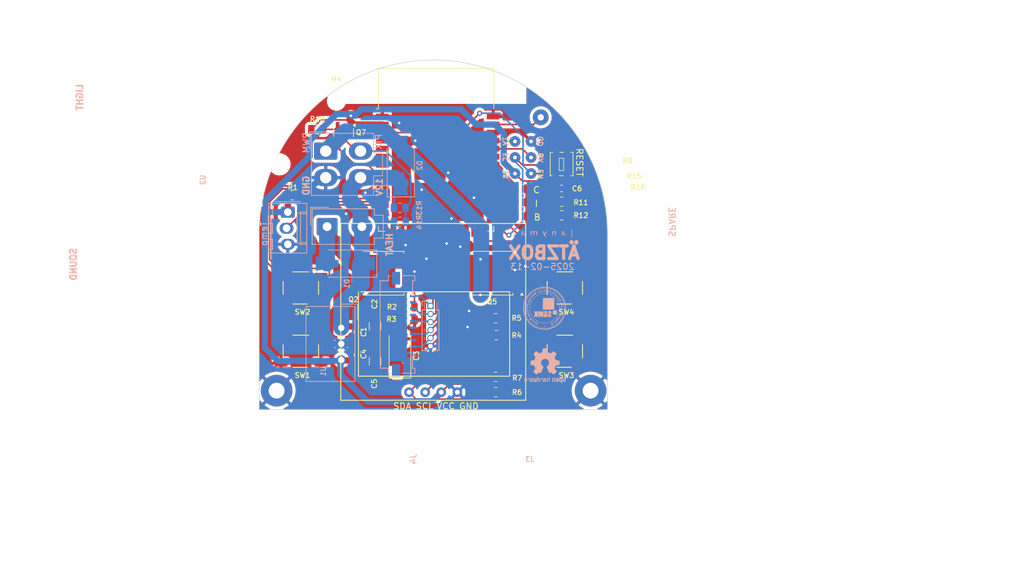
<source format=kicad_pcb>
(kicad_pcb (version 20240108) (generator "pcbnew") (generator_version "8.0")
  (layers (0 "F.Cu" signal) (31 "B.Cu" signal) (34 "B.Paste" user) (35 "F.Paste" user) (36 "B.SilkS" user "B.Silkscreen") (37 "F.SilkS" user "F.Silkscreen") (38 "B.Mask" user) (39 "F.Mask" user) (44 "Edge.Cuts" user))
  (net 0 "")
  (net 1 "/en")
  (net 2 "+3V3")
  (net 3 "/pix")
  (net 4 "GND")
  (net 5 "+12V")
  (net 6 "Net-(D1-A)")
  (net 7 "/flash")
  (net 8 "/rx")
  (net 9 "/tx")
  (net 10 "/capsens_5")
  (net 11 "/capsens_2")
  (net 12 "/capsens_4")
  (net 13 "/capsens_3")
  (net 14 "/capsens_1")
  (net 15 "/pwm1")
  (net 16 "/pwm2")
  (net 17 "/bubbles")
  (net 18 "/onewire")
  (net 19 "/btn1")
  (net 20 "/btn2")
  (net 21 "/btn3")
  (net 22 "/btn4")
  (net 23 "/sda")
  (net 24 "/scl")
  (net 25 "/temp_ad")
  (net 26 "Net-(J2-Pin_1)")
  (net 37 "/pix_5v")
  (net 38 "Net-(U2-41|MTDI)")
  (net 39 "Net-(U2-40|MTDO)")
  (net 40 "Net-(U2-39|MTCK)")
  (net 41 "Net-(Q2-G)")
  (net 42 "Net-(Q5-G)")
  (footprint "synkie_footprints:Alps_Tactile_Switch" (layer "F.Cu") (at 38.315 72)
    (property "Reference" "SW1")
    (property "Value" "SW_Push")
  )
  (footprint "Resistor_SMD:R_0805_2012Metric" (layer "F.Cu") (at 55.3485 65.024 180)
    (property "Reference" "R2")
    (property "Value" "100")
  )
  (footprint "Resistor_SMD:R_0805_2012Metric" (layer "F.Cu") (at 69.1915 69.469 180)
    (property "Reference" "R4")
    (property "Value" "100")
  )
  (footprint "synkie_footprints:Alps_Tactile_Switch" (layer "F.Cu") (at 80 62)
    (property "Reference" "SW4")
    (property "Value" "SW_Push")
  )
  (footprint "Resistor_SMD:R_0805_2012Metric" (layer "F.Cu") (at 73.1285 50.673)
    (property "Reference" "R16")
    (property "Value" "Bain Marie  (100)")
  )
  (footprint "Resistor_SMD:R_0805_2012Metric" (layer "F.Cu") (at 40.894 36.957 180)
    (property "Reference" "R10")
    (property "Value" "2k")
  )
  (footprint "synkie_footprints:C_0603_1608Metric_Pad1.05x0.95mm_HandSolder" (layer "F.Cu") (at 47.244 72.6 90)
    (property "Reference" "C4")
    (property "Value" "100n")
  )
  (footprint "Resistor_SMD:R_0805_2012Metric" (layer "F.Cu") (at 55.372 67.056)
    (property "Reference" "R3")
    (property "Value" "5k1")
  )
  (footprint "Resistor_SMD:R_0805_2012Metric" (layer "F.Cu") (at 73.1285 48.485)
    (property "Reference" "R15")
    (property "Value" "Insoleuse  (100)")
  )
  (footprint "Resistor_SMD:R_0805_2012Metric" (layer "F.Cu") (at 79.501 48.387 180)
    (property "Reference" "R11")
    (property "Value" "5k1")
  )
  (footprint "Package_TO_SOT_SMD:TO-252-2" (layer "F.Cu") (at 68.502 59.6875 180)
    (property "Reference" "Q5")
    (property "Value" "MCU75N06YHE3")
  )
  (footprint "Anyma06:MiniButtonPLCC4" (layer "F.Cu") (at 79.501 42.483 90)
    (property "Reference" "SW5" (hide yes))
    (property "Value" "SW_Push")
  )
  (footprint "synkie_footprints:Alps_Tactile_Switch" (layer "F.Cu") (at 38.315 62)
    (property "Reference" "SW2")
    (property "Value" "SW_Push")
  )
  (footprint "Resistor_SMD:R_0805_2012Metric" (layer "F.Cu") (at 69.088 76.073 180)
    (property "Reference" "R7")
    (property "Value" "5k1")
  )
  (footprint "Capacitor_Tantalum_SMD:CP_EIA-6032-20_AVX-F" (layer "F.Cu") (at 53.975 72.517 90)
    (property "Reference" "C3")
    (property "Value" "100u")
  )
  (footprint "Resistor_SMD:R_0805_2012Metric" (layer "F.Cu") (at 69.088 78.486 180)
    (property "Reference" "R6")
    (property "Value" "5k1")
  )
  (footprint "synkie_footprints:Solderpad_1mm" (layer "F.Cu") (at 76.708 35.306)
    (property "Reference" "J2" (hide yes))
    (property "Value" "ad2")
  )
  (footprint "2022_midi_controller:ESP32-S3-WROOM" (layer "F.Cu") (at 59.69 43.18)
    (property "Reference" "U2")
    (property "Value" "ESP32-S3-WROOM")
  )
  (footprint "MountingHole:MountingHole_2.5mm_Pad" (layer "F.Cu") (at 34.5 78.25)
    (property "Reference" "H2" (hide yes))
    (property "Value" "MountingHole_Pad")
  )
  (footprint "synkie_footprints:C_0603_1608Metric_Pad1.05x0.95mm_HandSolder" (layer "F.Cu") (at 79.501 46.293)
    (property "Reference" "C6")
    (property "Value" "1u")
  )
  (footprint "synkie_footprints:Alps_Tactile_Switch" (layer "F.Cu") (at 80 72)
    (property "Reference" "SW3")
    (property "Value" "SW_Push")
  )
  (footprint "Resistor_SMD:R_0805_2012Metric" (layer "F.Cu") (at 69.088 66.802)
    (property "Reference" "R5")
    (property "Value" "5k1")
  )
  (footprint "MountingHole:MountingHole_2.5mm_Pad" (layer "F.Cu") (at 84.08 78.25)
    (property "Reference" "H1" (hide yes))
    (property "Value" "MountingHole_Pad")
  )
  (footprint "Resistor_SMD:R_0805_2012Metric" (layer "F.Cu") (at 73.1285 46.355)
    (property "Reference" "R8")
    (property "Value" "Cuvette (100)")
  )
  (footprint "Package_TO_SOT_SMD:SOT-23" (layer "F.Cu") (at 45.085 37.465 -90)
    (property "Reference" "Q7")
    (property "Value" "IRLML0030TRPBF")
  )
  (footprint "synkie_footprints:C_1206_3216Metric_Pad1.42x1.75mm_HandSolder" (layer "F.Cu") (at 50.038 68.072 -90)
    (property "Reference" "C2")
    (property "Value" "10u")
  )
  (footprint "synkie_footprints:C_1206_3216Metric_Pad1.42x1.75mm_HandSolder" (layer "F.Cu") (at 50.038 73.6235 90)
    (property "Reference" "C5")
    (property "Value" "10u")
  )
  (footprint "MountingHole:MountingHole_2.5mm" (layer "F.Cu") (at 43.942 32.512)
    (property "Reference" "H4")
    (property "Value" "MountingHole")
  )
  (footprint "synkie_footprints:C_0603_1608Metric_Pad1.05x0.95mm_HandSolder" (layer "F.Cu") (at 47.244 68.975 -90)
    (property "Reference" "C1")
    (property "Value" "100n")
  )
  (footprint "synkie_footprints:Bangood_I2C_Display" (layer "F.Cu") (at 58.595 68.34 180)
    (property "Reference" "U3" (hide yes))
    (property "Value" "i2c-display128x32")
  )
  (footprint "Package_TO_SOT_SMD:TO-252-2" (layer "F.Cu") (at 51.298 59.696 180)
    (property "Reference" "Q2")
    (property "Value" "MCU75N06YHE3")
  )
  (footprint "Resistor_SMD:R_0805_2012Metric" (layer "F.Cu") (at 36.957 47.371 180)
    (property "Reference" "R1")
    (property "Value" "5k1")
  )
  (footprint "Resistor_SMD:R_0805_2012Metric" (layer "F.Cu") (at 79.5255 50.546)
    (property "Reference" "R12")
    (property "Value" "5k1")
  )
  (footprint "Diode_SMD:D_SMA-SMB_Universal_Handsoldering" (layer "B.Cu") (at 45.36 58.166 180)
    (property "Reference" "D1")
    (property "Value" "B160-13-F")
  )
  (footprint "Resistor_SMD:R_0805_2012Metric" (layer "B.Cu") (at 53.975 51.562 180)
    (property "Reference" "R14")
    (property "Value" "5k1")
  )
  (footprint "synkie_footprints:Molex_KK-254_AE-6410-03A_1x03_P2.54mm_Vertical" (layer "B.Cu") (at 36.268 50.038 -90)
    (property "Reference" "Temperature1" (hide yes))
    (property "Value" "Conn_01x03_Male")
  )
  (footprint "anyma_footprints:logo_anyma_tiny" (layer "B.Cu") (at 76.4286 53.4416 180)
    (property "Reference" "U5" (hide yes))
    (property "Value" "LOGO" (hide yes))
  )
  (footprint "Resistor_SMD:R_0805_2012Metric" (layer "B.Cu") (at 53.9477 49.3522)
    (property "Reference" "R13")
    (property "Value" "6k8")
  )
  (footprint "Symbol:OSHW-Logo2_7.3x6mm_SilkScreen" (layer "B.Cu") (at 76.8858 74.3204 180)
    (property "Reference" "U7" (hide yes))
    (property "Value" "LOGO" (hide yes))
  )
  (footprint "Anyma06:ESP-POGO-PROG-THT" (layer "B.Cu") (at 73.336 41.442)
    (property "Reference" "J5" (hide yes))
    (property "Value" "prog")
  )
  (footprint "anyma_footprints:logo_sgmk" (layer "B.Cu") (at 76.8096 65.2272 180)
    (property "Reference" "U6" (hide yes))
    (property "Value" "LOGO" (hide yes))
  )
  (footprint "Diode_SMD:D_SMA-SMB_Universal_Handsoldering" (layer "B.Cu") (at 54.102 42.672 90)
    (property "Reference" "D2")
    (property "Value" "B160-13-F")
  )
  (footprint "Connector_Molex:Molex_Mini-Fit_Jr_5566-02A_2x01_P4.20mm_Vertical" (layer "B.Cu") (at 42.47 52.324 -90)
    (property "Reference" "Heat1" (hide yes))
    (property "Value" "heat")
  )
  (footprint "Anyma06:Molex_Mini-Fit_Jr_5569-04A2_2x02_P4.20mm_H+V" (layer "B.Cu") (at 42.252 40.386 -90)
    (property "Reference" "J1" (hide yes))
    (property "Value" "CONN")
  )
  (footprint "Connector_PinSocket_1.27mm:PinSocket_1x06_P1.27mm_Vertical" (layer "B.Cu") (at 58.8 64.86 180)
    (property "Reference" "J3")
    (property "Value" "levelsensor")
  )
  (footprint "Connector_FFC-FPC:Molex_200528-0100_1x10-1MP_P1.00mm_Horizontal" (layer "B.Cu") (at 55.1478 67.7884 90)
    (property "Reference" "J4")
    (property "Value" "Conn_01x11")
  )
  (footprint "Converter_DCDC:Converter_DCDC_TRACO_TSR1-xxxxE_THT" (layer "B.Cu") (at 44.704 68.326 180)
    (property "Reference" "U1")
    (property "Value" "TSR1-2433E")
  )
  (gr_line (start 86.75 81.25) (end 86.75 53.75) (stroke (width 0.1)) (layer "Edge.Cuts"))
  (gr_line (start 86.75 81.25) (end 31.75 81.25) (stroke (width 0.1)) (layer "Edge.Cuts"))
  (gr_arc (start 31.750088 53.759433) (mid 59.245283 25.998865) (end 86.75 53.75) (stroke (width 0.1)) (layer "Edge.Cuts"))
  (gr_line (start 31.75 81.25) (end 31.75 53.75) (stroke (width 0.1)) (layer "Edge.Cuts"))
  (gr_text "LIGHT" (at 3.986 34.088 90) (layer "B.SilkS") (effects (font (size 1 1) (thickness 0.25) (bold yes)) (justify right bottom mirror)))
  (gr_text "ÄTZBOX" (at 82.6286 57.6416 -0) (layer "B.SilkS") (effects (font (size 2 2) (thickness 0.5) (bold yes)) (justify left bottom mirror)))
  (gr_text "PWM" (at 39.752 37.336 90) (layer "B.SilkS") (effects (font (size 1 1)) (justify left bottom mirror)))
  (gr_text "Temp" (at 33.0962 51.4096 90) (layer "B.SilkS") (effects (font (size 1 1)) (justify left bottom mirror)))
  (gr_text "HEAT" (at 52.9082 57.1246 90) (layer "B.SilkS") (effects (font (size 1 1) (thickness 0.25) (bold yes)) (justify right bottom mirror)))
  (gr_text "SPARE" (at 96.3168 54.0258 -90) (layer "B.SilkS") (effects (font (size 1 1)) (justify left bottom mirror)))
  (gr_text "2025-02-13" (at 81.6286 59.2416 0) (layer "B.SilkS") (effects (font (size 1 1)) (justify left bottom mirror)))
  (gr_text "SOUND" (at 3 61 90) (layer "B.SilkS") (effects (font (size 1 1) (thickness 0.25) (bold yes)) (justify right bottom mirror)))
  (gr_text "PIX" (at 51.2064 37.592 90) (layer "B.SilkS") (effects (font (size 1 1)) (justify left bottom mirror)))
  (gr_text "GND" (at 39.751 45.847 90) (layer "B.SilkS") (effects (font (size 1 1) (thickness 0.25) (bold yes)) (justify bottom mirror)))
  (gr_text "12V" (at 51.308 46.101 90) (layer "B.SilkS") (effects (font (size 1 1) (thickness 0.25) (bold yes)) (justify bottom mirror)))
  (gr_text "SDA" (at 52.832 81.28 0) (layer "F.SilkS") (effects (font (size 1 1)) (justify left bottom)))
  (gr_text "I" (at 75.184 49.276 0) (layer "F.SilkS") (effects (font (size 1 1)) (justify left bottom)))
  (gr_text "GND\n" (at 63.246 81.28 0) (layer "F.SilkS") (effects (font (size 1 1)) (justify left bottom)))
  (gr_text "B" (at 75.057 51.435 0) (layer "F.SilkS") (effects (font (size 1 1)) (justify left bottom)))
  (gr_text "SCL" (at 56.388 81.28 0) (layer "F.SilkS") (effects (font (size 1 1)) (justify left bottom)))
  (gr_text "VCC" (at 59.69 81.28 0) (layer "F.SilkS") (effects (font (size 1 1)) (justify left bottom)))
  (gr_text "RESET" (at 81.7372 39.8272 -90) (layer "F.SilkS") (effects (font (size 1 1)) (justify left bottom)))
  (gr_text "C" (at 74.93 47.117 0) (layer "F.SilkS") (effects (font (size 1 1)) (justify left bottom)))
  (segment (start 78.611 48.3645) (end 78.5885 48.387) (width 0.25) (layer "F.Cu") (net 1))
  (segment (start 78.611 44.323) (end 78.611 48.3645) (width 0.25) (layer "F.Cu") (net 1))
  (segment (start 63.486 37.465) (end 66.548 34.403) (width 0.25) (layer "F.Cu") (net 1))
  (segment (start 51.19 37.465) (end 63.486 37.465) (width 0.25) (layer "F.Cu") (net 1))
  (segment (start 78.23 43.942) (end 78.611 44.323) (width 0.25) (layer "F.Cu") (net 1))
  (segment (start 74.676 43.942) (end 78.23 43.942) (width 0.25) (layer "F.Cu") (net 1))
  (via (at 66.548 34.403) (size 0.8) (drill 0.4) (layers "F.Cu" "B.Cu") (net 1))
  (segment (start 69.732726 34.403) (end 66.548 34.403) (width 0.25) (layer "B.Cu") (net 1))
  (segment (start 73.411 38.081274) (end 69.732726 34.403) (width 0.25) (layer "B.Cu") (net 1))
  (segment (start 74.676 43.942) (end 73.411 42.677) (width 0.25) (layer "B.Cu") (net 1))
  (segment (start 73.411 42.677) (end 73.411 38.081274) (width 0.25) (layer "B.Cu") (net 1))
  (segment (start 61.784 77.216) (end 60.5 78.5) (width 0.25) (layer "F.Cu") (net 2))
  (segment (start 41.4735 35.465) (end 46.035 35.465) (width 0.25) (layer "F.Cu") (net 2))
  (segment (start 80.4135 48.7455) (end 80.4135 48.387) (width 0.25) (layer "F.Cu") (net 2))
  (segment (start 44.773 73.475) (end 44.704 73.406) (width 1) (layer "F.Cu") (net 2))
  (segment (start 47.244 73.475) (end 44.773 73.475) (width 1) (layer "F.Cu") (net 2))
  (segment (start 70.0005 77.216) (end 61.784 77.216) (width 0.25) (layer "F.Cu") (net 2))
  (segment (start 77.47 45.593) (end 76.994 45.117) (width 0.25) (layer "F.Cu") (net 2))
  (segment (start 76.994 45.117) (end 73.311 45.117) (width 0.25) (layer "F.Cu") (net 2))
  (segment (start 46.035 35.465) (end 46.035 34.990994) (width 1) (layer "F.Cu") (net 2))
  (segment (start 70.0005 76.073) (end 70.0005 77.216) (width 0.25) (layer "F.Cu") (net 2))
  (segment (start 46.035 34.990994) (end 46.228 34.797994) (width 0.25) (layer "F.Cu") (net 2))
  (segment (start 48.88 75.111) (end 47.244 73.475) (width 1) (layer "F.Cu") (net 2))
  (segment (start 73.311 45.117) (end 72.136 43.942) (width 0.25) (layer "F.Cu") (net 2))
  (segment (start 78.613 50.546) (end 77.47 49.403) (width 0.25) (layer "F.Cu") (net 2))
  (segment (start 46.035 35.465) (end 46.035 36.5275) (width 0.25) (layer "F.Cu") (net 2))
  (segment (start 51.19 36.195) (end 46.765 36.195) (width 1) (layer "F.Cu") (net 2))
  (segment (start 46.765 36.195) (end 46.035 35.465) (width 1) (layer "F.Cu") (net 2))
  (segment (start 51.3125 73.8365) (end 50.038 75.111) (width 1) (layer "F.Cu") (net 2))
  (segment (start 53.848 73.8365) (end 51.3125 73.8365) (width 1) (layer "F.Cu") (net 2))
  (segment (start 39.9815 36.957) (end 41.4735 35.465) (width 0.25) (layer "F.Cu") (net 2))
  (segment (start 78.613 50.546) (end 80.4135 48.7455) (width 0.25) (layer "F.Cu") (net 2))
  (segment (start 36.268 47.5945) (end 36.0445 47.371) (width 1) (layer "F.Cu") (net 2))
  (segment (start 77.47 49.403) (end 77.47 45.593) (width 0.25) (layer "F.Cu") (net 2))
  (segment (start 70.0005 77.216) (end 70.0005 78.486) (width 0.25) (layer "F.Cu") (net 2))
  (segment (start 36.268 50.038) (end 36.268 47.5945) (width 1) (layer "F.Cu") (net 2))
  (segment (start 46.035 36.5275) (end 46.035 34.990994) (width 0.25) (layer "F.Cu") (net 2))
  (segment (start 50.038 75.111) (end 48.88 75.111) (width 1) (layer "F.Cu") (net 2))
  (via (at 46.228 34.797994) (size 0.8) (drill 0.4) (layers "F.Cu" "B.Cu") (net 2))
  (segment (start 32.789483 48.13697) (end 39.702 41.224453) (width 1) (layer "B.Cu") (net 2))
  (segment (start 47.117 34.544) (end 47.879 33.782) (width 1) (layer "B.Cu") (net 2))
  (segment (start 47.117 34.544) (end 46.863006 34.797994) (width 1) (layer "B.Cu") (net 2))
  (segment (start 32.639 49.576966) (end 32.789483 49.426483) (width 1) (layer "B.Cu") (net 2))
  (segment (start 32.639 71.501) (end 32.639 49.576966) (width 1) (layer "B.Cu") (net 2))
  (segment (start 39.702 38.784) (end 43.942 34.544) (width 1) (layer "B.Cu") (net 2))
  (segment (start 44.577 75.692) (end 48.847 79.962) (width 1) (layer "B.Cu") (net 2))
  (segment (start 46.863006 34.797994) (end 46.228 34.797994) (width 1) (layer "B.Cu") (net 2))
  (segment (start 48.847 79.962) (end 59.038 79.962) (width 1) (layer "B.Cu") (net 2))
  (segment (start 68.961 36.195) (end 70.358 37.592) (width 1) (layer "B.Cu") (net 2))
  (segment (start 44.704 73.406) (end 44.577 73.533) (width 1) (layer "B.Cu") (net 2))
  (segment (start 70.358 37.592) (end 70.358 42.164) (width 1) (layer "B.Cu") (net 2))
  (segment (start 44.577 73.533) (end 34.671 73.533) (width 1) (layer "B.Cu") (net 2))
  (segment (start 66.04 36.195) (end 68.961 36.195) (width 1) (layer "B.Cu") (net 2))
  (segment (start 63.627 33.782) (end 66.04 36.195) (width 1) (layer "B.Cu") (net 2))
  (segment (start 39.702 41.224453) (end 39.702 38.784) (width 1) (layer "B.Cu") (net 2))
  (segment (start 70.358 42.164) (end 72.136 43.942) (width 1) (layer "B.Cu") (net 2))
  (segment (start 44.577 73.533) (end 44.577 75.692) (width 1) (layer "B.Cu") (net 2))
  (segment (start 32.639 49.576966) (end 32.639 50.419) (width 1) (layer "B.Cu") (net 2))
  (segment (start 32.639 50.419) (end 33.02 50.038) (width 1) (layer "B.Cu") (net 2))
  (segment (start 33.02 50.038) (end 36.268 50.038) (width 1) (layer "B.Cu") (net 2))
  (segment (start 59.038 79.962) (end 60.5 78.5) (width 1) (layer "B.Cu") (net 2))
  (segment (start 34.671 73.533) (end 32.639 71.501) (width 1) (layer "B.Cu") (net 2))
  (segment (start 47.879 33.782) (end 63.627 33.782) (width 1) (layer "B.Cu") (net 2))
  (segment (start 32.789483 49.426483) (end 32.789483 48.13697) (width 1) (layer "B.Cu") (net 2))
  (segment (start 43.942 34.544) (end 47.117 34.544) (width 1) (layer "B.Cu") (net 2))
  (segment (start 43.7055 36.957) (end 44.135 36.5275) (width 0.25) (layer "F.Cu") (net 3))
  (segment (start 41.8065 36.957) (end 43.7055 36.957) (width 0.25) (layer "F.Cu") (net 3))
  (segment (start 48.768 42.418) (end 50.165 43.815) (width 0.25) (layer "F.Cu") (net 3))
  (segment (start 44.435 40.117) (end 46.736 42.418) (width 0.25) (layer "F.Cu") (net 3))
  (segment (start 50.165 43.815) (end 51.19 43.815) (width 0.25) (layer "F.Cu") (net 3))
  (segment (start 46.736 42.418) (end 48.768 42.418) (width 0.25) (layer "F.Cu") (net 3))
  (segment (start 44.135 36.5275) (end 44.435 36.8275) (width 0.25) (layer "F.Cu") (net 3))
  (segment (start 44.435 36.8275) (end 44.435 40.117) (width 0.25) (layer "F.Cu") (net 3))
  (segment (start 64.643 68.199) (end 63.373 66.929) (width 0.25) (layer "F.Cu") (net 4))
  (segment (start 47.244 69.85) (end 49.7475 69.85) (width 1) (layer "F.Cu") (net 4))
  (segment (start 62.865 56.134) (end 63.5 55.499) (width 0.25) (layer "F.Cu") (net 4))
  (segment (start 73.1555 57.4075) (end 72.136 56.388) (width 1) (layer "F.Cu") (net 4))
  (segment (start 57.977 59.055) (end 57.975 59.057) (width 0.25) (layer "F.Cu") (net 4))
  (segment (start 47.244 71.725) (end 49.627 71.725) (width 1) (layer "F.Cu") (net 4))
  (segment (start 57.975 70.929) (end 58.519 70.929) (width 0.25) (layer "F.Cu") (net 4))
  (segment (start 56.2845 67.056) (end 53.975 69.3655) (width 0.25) (layer "F.Cu") (net 4))
  (segment (start 62.865 66.421) (end 62.865 56.134) (width 0.25) (layer "F.Cu") (net 4))
  (segment (start 49.627 71.725) (end 50.038 72.136) (width 1) (layer "F.Cu") (net 4))
  (segment (start 74.041 46.355) (end 74.041 50.673) (width 0.25) (layer "F.Cu") (net 4))
  (segment (start 56.338 57.416) (end 56.338 57.352604) (width 0.25) (layer "F.Cu") (net 4))
  (segment (start 61.515 68.495) (end 61.515 55.165) (width 0.25) (layer "F.Cu") (net 4))
  (segment (start 46.228 70.866) (end 47.244 69.85) (width 1) (layer "F.Cu") (net 4))
  (segment (start 56.338 57.352604) (end 52.955 53.969604) (width 0.25) (layer "F.Cu") (net 4))
  (segment (start 49.7475 69.85) (end 50.038 69.5595) (width 1) (layer "F.Cu") (net 4))
  (segment (start 46.385 70.866) (end 47.244 71.725) (width 1) (layer "F.Cu") (net 4))
  (segment (start 44.704 70.866) (end 46.385 70.866) (width 1) (layer "F.Cu") (net 4))
  (segment (start 54.864 55.245) (end 56.261 56.642) (width 1) (layer "F.Cu") (net 4))
  (segment (start 57.975 67.056) (end 57.975 70.929) (width 0.25) (layer "F.Cu") (net 4))
  (segment (start 53.48 69.5595) (end 53.975 70.0545) (width 1) (layer "F.Cu") (net 4))
  (segment (start 58.519 70.929) (end 58.8 71.21) (width 0.25) (layer "F.Cu") (net 4))
  (segment (start 58.8 71.21) (end 61.515 68.495) (width 0.25) (layer "F.Cu") (net 4))
  (segment (start 56.2845 67.056) (end 57.975 67.056) (width 0.25) (layer "F.Cu") (net 4))
  (segment (start 73.542 57.4075) (end 73.542 58.302) (width 1) (layer "F.Cu") (net 4))
  (segment (start 72.136 56.388) (end 72.136 59.182) (width 1) (layer "F.Cu") (net 4))
  (segment (start 44.704 70.866) (end 46.228 70.866) (width 1) (layer "F.Cu") (net 4))
  (segment (start 73.542 58.302) (end 73.787 58.547) (width 1) (layer "F.Cu") (net 4))
  (segment (start 63.373 66.929) (end 62.865 66.421) (width 0.25) (layer "F.Cu") (net 4))
  (segment (start 53.975 69.3655) (end 53.975 70.0545) (width 0.25) (layer "F.Cu") (net 4))
  (segment (start 50.038 69.5595) (end 53.48 69.5595) (width 1) (layer "F.Cu") (net 4))
  (segment (start 56.261 56.642) (end 56.261 59.436) (width 1) (layer "F.Cu") (net 4))
  (segment (start 73.542 57.4075) (end 73.1555 57.4075) (width 1) (layer "F.Cu") (net 4))
  (segment (start 57.975 59.057) (end 57.975 67.056) (width 0.25) (layer "F.Cu") (net 4))
  (segment (start 56.338 57.416) (end 57.977 59.055) (width 0.25) (layer "F.Cu") (net 4))
  (segment (start 61.515 55.165) (end 61.341 54.991) (width 0.25) (layer "F.Cu") (net 4))
  (segment (start 52.955 53.969604) (end 52.955 52.935) (width 0.25) (layer "F.Cu") (net 4))
  (via (at 64.897 65.659) (size 0.8) (drill 0.4) (layers "F.Cu" "B.Cu") (net 4))
  (via (at 58.166 57.404) (size 0.8) (drill 0.4) (layers "F.Cu" "B.Cu") (net 4))
  (via (at 62.103 51.054) (size 0.8) (drill 0.4) (layers "F.Cu" "B.Cu") (net 4))
  (via (at 57.404 46.482) (size 0.8) (drill 0.4) (layers "F.Cu" "B.Cu") (net 4))
  (via (at 45.466 50.292) (size 0.8) (drill 0.4) (layers "F.Cu" "B.Cu") (net 4))
  (via (at 61.595 43.815) (size 0.8) (drill 0.4) (layers "F.Cu" "B.Cu") (net 4))
  (via (at 73.787 58.547) (size 0.8) (drill 0.4) (layers "F.Cu" "B.Cu") (net 4))
  (via (at 63.5 55.499) (size 0.8) (drill 0.4) (layers "F.Cu" "B.Cu") (net 4))
  (via (at 56.261 59.436) (size 0.8) (drill 0.4) (layers "F.Cu" "B.Cu") (net 4))
  (via (at 56.388 38.735) (size 0.8) (drill 0.4) (layers "F.Cu" "B.Cu") (net 4))
  (via (at 54.864 55.245) (size 0.8) (drill 0.4) (layers "F.Cu" "B.Cu") (net 4))
  (via (at 65.659 47.752) (size 0.8) (drill 0.4) (layers "F.Cu" "B.Cu") (net 4))
  (via (at 61.341 54.991) (size 0.8) (drill 0.4) (layers "F.Cu" "B.Cu") (net 4))
  (via (at 72.136 56.388) (size 0.8) (drill 0.4) (layers "F.Cu" "B.Cu") (net 4))
  (via (at 64.643 68.199) (size 0.8) (drill 0.4) (layers "F.Cu" "B.Cu") (net 4))
  (via (at 53.848 35.941) (size 0.8) (drill 0.4) (layers "F.Cu" "B.Cu") (net 4))
  (via (at 72.136 59.182) (size 0.8) (drill 0.4) (layers "F.Cu" "B.Cu") (net 4))
  (via (at 48.514 46.99) (size 0.8) (drill 0.4) (layers "F.Cu" "B.Cu") (net 4))
  (segment (start 54.864 61.8236) (end 54.864 59.436) (width 1) (layer "B.Cu") (net 4))
  (segment (start 61.341 54.991) (end 56.4915 54.991) (width 0.25) (layer "B.Cu") (net 4))
  (segment (start 39.624 69.977) (end 40.513 70.866) (width 1) (layer "B.Cu") (net 4))
  (segment (start 61.849 55.499) (end 61.341 54.991) (width 0.25) (layer "B.Cu") (net 4))
  (segment (start 62.484 65.659) (end 56.261 59.436) (width 1) (layer "B.Cu") (net 4))
  (segment (start 56.0578 72.2884) (end 57.7216 72.2884) (width 0.25) (layer "B.Cu") (net 4))
  (segment (start 45.8216 70.866) (end 54.864 61.8236) (width 1) (layer "B.Cu") (net 4))
  (segment (start 72.39 58.547) (end 72.136 58.801) (width 1) (layer "B.Cu") (net 4))
  (segment (start 64.897 65.659) (end 62.484 65.659) (width 1) (layer "B.Cu") (net 4))
  (segment (start 57.7216 72.2884) (end 58.8 71.21) (width 0.25) (layer "B.Cu") (net 4))
  (segment (start 73.787 58.547) (end 72.39 58.547) (width 1) (layer "B.Cu") (net 4))
  (segment (start 56.4915 54.991) (end 53.0625 51.562) (width 0.25) (layer "B.Cu") (net 4))
  (segment (start 63.5 55.499) (end 61.849 55.499) (width 0.25) (layer "B.Cu") (net 4))
  (segment (start 72.136 58.801) (end 72.136 64.008) (width 1) (layer "B.Cu") (net 4))
  (segment (start 72.136 56.388) (end 72.136 58.801) (width 1) (layer "B.Cu") (net 4))
  (segment (start 70.485 65.659) (end 64.897 65.659) (width 1) (layer "B.Cu") (net 4))
  (segment (start 72.136 64.008) (end 70.485 65.659) (width 1) (layer "B.Cu") (net 4))
  (segment (start 54.864 59.436) (end 54.864 55.245) (width 1) (layer "B.Cu") (net 4))
  (segment (start 56.261 59.436) (end 56.261 59.309) (width 1) (layer "B.Cu") (net 4))
  (segment (start 41.52 44.586) (end 39.624 46.482) (width 1) (layer "B.Cu") (net 4))
  (segment (start 42.252 44.586) (end 41.52 44.586) (width 1) (layer "B.Cu") (net 4))
  (segment (start 54.864 59.436) (end 56.261 59.436) (width 1) (layer "B.Cu") (net 4))
  (segment (start 56.261 59.309) (end 58.166 57.404) (width 1) (layer "B.Cu") (net 4))
  (segment (start 40.513 70.866) (end 44.704 70.866) (width 1) (layer "B.Cu") (net 4))
  (segment (start 39.624 46.482) (end 39.624 69.977) (width 1) (layer "B.Cu") (net 4))
  (segment (start 44.704 70.866) (end 45.8216 70.866) (width 1) (layer "B.Cu") (net 4))
  (segment (start 48.7595 66.5845) (end 47.244 68.1) (width 1) (layer "F.Cu") (net 5))
  (segment (start 47.244 68.1) (end 44.93 68.1) (width 1) (layer "F.Cu") (net 5))
  (segment (start 50.038 66.5845) (end 48.7595 66.5845) (width 1) (layer "F.Cu") (net 5))
  (segment (start 44.93 68.1) (end 44.704 68.326) (width 1) (layer "F.Cu") (net 5))
  (segment (start 47.625 58.801) (end 48.26 58.166) (width 2.5) (layer "B.Cu") (net 5))
  (segment (start 46.101 48.133) (end 47.752 49.784) (width 2.5) (layer "B.Cu") (net 5))
  (segment (start 44.704 64.643) (end 44.704 68.326) (width 2.5) (layer "B.Cu") (net 5))
  (segment (start 47.752 52.106) (end 47.97 52.324) (width 2.5) (layer "B.Cu") (net 5))
  (segment (start 53.0352 49.3522) (end 53.0352 46.6388) (width 0.25) (layer "B.Cu") (net 5))
  (segment (start 46.101 48.133) (end 46.101 46.237) (width 2.5) (layer "B.Cu") (net 5))
  (segment (start 46.101 46.237) (end 47.752 44.586) (width 2.5) (layer "B.Cu") (net 5))
  (segment (start 53.116 44.586) (end 54.102 45.572) (width 2.5) (layer "B.Cu") (net 5))
  (segment (start 47.752 44.586) (end 53.116 44.586) (width 2.5) (layer "B.Cu") (net 5))
  (segment (start 47.625 61.722) (end 44.704 64.643) (width 2.5) (layer "B.Cu") (net 5))
  (segment (start 47.625 61.722) (end 47.625 58.801) (width 2.5) (layer "B.Cu") (net 5))
  (segment (start 47.97 52.324) (end 47.97 61.377) (width 2.5) (layer "B.Cu") (net 5))
  (segment (start 47.97 61.377) (end 47.625 61.722) (width 2.5) (layer "B.Cu") (net 5))
  (segment (start 47.752 49.784) (end 47.752 52.106) (width 2.5) (layer "B.Cu") (net 5))
  (segment (start 53.0352 46.6388) (end 54.102 45.572) (width 0.25) (layer "B.Cu") (net 5))
  (segment (start 46.868 58.171) (end 48.363 58.171) (width 2.5) (layer "F.Cu") (net 6))
  (segment (start 42.47 52.324) (end 42.47 53.773) (width 2.5) (layer "F.Cu") (net 6))
  (segment (start 42.47 53.773) (end 46.868 58.171) (width 2.5) (layer "F.Cu") (net 6))
  (segment (start 42.46 52.334) (end 42.47 52.324) (width 2.5) (layer "B.Cu") (net 6))
  (segment (start 42.46 58.166) (end 42.46 52.334) (width 2.5) (layer "B.Cu") (net 6))
  (segment (start 79.502 43.339) (end 78.74 42.577) (width 0.25) (layer "F.Cu") (net 7))
  (segment (start 80.6521 47.093) (end 79.848924 47.093) (width 0.25) (layer "F.Cu") (net 7))
  (segment (start 68.69 51.435) (end 70.9252 53.6702) (width 0.25) (layer "F.Cu") (net 7))
  (segment (start 78.74 42.577) (end 73.311 42.577) (width 0.25) (layer "F.Cu") (net 7))
  (segment (start 73.311 42.577) (end 72.136 41.402) (width 0.25) (layer "F.Cu") (net 7))
  (segment (start 70.9252 53.6702) (end 71.1708 53.6702) (width 0.25) (layer "F.Cu") (net 7))
  (segment (start 79.502 46.746076) (end 79.502 43.339) (width 0.25) (layer "F.Cu") (net 7))
  (segment (start 81.251 47.6919) (end 80.6521 47.093) (width 0.25) (layer "F.Cu") (net 7))
  (segment (start 79.848924 47.093) (end 79.502 46.746076) (width 0.25) (layer "F.Cu") (net 7))
  (segment (start 80.438 50.546) (end 81.251 49.733) (width 0.25) (layer "F.Cu") (net 7))
  (segment (start 81.251 49.733) (end 81.251 47.6919) (width 0.25) (layer "F.Cu") (net 7))
  (via (at 71.1708 53.6702) (size 0.8) (drill 0.4) (layers "F.Cu" "B.Cu") (net 7))
  (segment (start 72.136 41.402) (end 72.136 42.038396) (width 0.25) (layer "B.Cu") (net 7))
  (segment (start 73.346604 43.249) (end 73.346604 51.545196) (width 0.25) (layer "B.Cu") (net 7))
  (segment (start 73.346604 51.545196) (end 71.2216 53.6702) (width 0.25) (layer "B.Cu") (net 7))
  (segment (start 72.136 42.038396) (end 73.346604 43.249) (width 0.25) (layer "B.Cu") (net 7))
  (segment (start 71.2216 53.6702) (end 71.1708 53.6702) (width 0.25) (layer "B.Cu") (net 7))
  (segment (start 74.676 41.402) (end 73.311 40.037) (width 0.25) (layer "F.Cu") (net 8))
  (segment (start 73.311 40.037) (end 68.722 40.037) (width 0.25) (layer "F.Cu") (net 8))
  (segment (start 68.722 40.037) (end 68.69 40.005) (width 0.25) (layer "F.Cu") (net 8))
  (segment (start 68.817 38.862) (end 68.69 38.735) (width 0.25) (layer "F.Cu") (net 9))
  (segment (start 72.136 38.862) (end 68.817 38.862) (width 0.25) (layer "F.Cu") (net 9))
  (segment (start 60.575 55.876) (end 61.065 56.366) (width 0.25) (layer "F.Cu") (net 10))
  (segment (start 60.575 52.935) (end 60.575 55.876) (width 0.25) (layer "F.Cu") (net 10))
  (segment (start 61.065 67.675) (end 58.8 69.94) (width 0.25) (layer "F.Cu") (net 10))
  (segment (start 61.065 56.366) (end 61.065 67.675) (width 0.25) (layer "F.Cu") (net 10))
  (segment (start 57.4516 71.2884) (end 58.8 69.94) (width 0.25) (layer "B.Cu") (net 10))
  (segment (start 56.0578 71.2884) (end 57.4516 71.2884) (width 0.25) (layer "B.Cu") (net 10))
  (segment (start 59.507106 66.13) (end 58.8 66.13) (width 0.25) (layer "F.Cu") (net 11))
  (segment (start 56.765 52.935) (end 56.765 54.223604) (width 0.25) (layer "F.Cu") (net 11))
  (segment (start 59.632 57.090604) (end 59.632 64.664396) (width 0.25) (layer "F.Cu") (net 11))
  (segment (start 59.625 64.671396) (end 59.625 66.012106) (width 0.25) (layer "F.Cu") (net 11))
  (segment (start 59.625 66.012106) (end 59.507106 66.13) (width 0.25) (layer "F.Cu") (net 11))
  (segment (start 56.765 54.223604) (end 59.632 57.090604) (width 0.25) (layer "F.Cu") (net 11))
  (segment (start 59.632 64.664396) (end 59.625 64.671396) (width 0.25) (layer "F.Cu") (net 11))
  (segment (start 56.0578 65.2884) (end 56.3578 65.2884) (width 0.25) (layer "B.Cu") (net 11))
  (segment (start 57.1994 66.13) (end 58.8 66.13) (width 0.25) (layer "B.Cu") (net 11))
  (segment (start 56.3578 65.2884) (end 57.1994 66.13) (width 0.25) (layer "B.Cu") (net 11))
  (segment (start 60.532 66.938) (end 58.8 68.67) (width 0.25) (layer "F.Cu") (net 12))
  (segment (start 59.305 52.935) (end 59.305 55.490812) (width 0.25) (layer "F.Cu") (net 12))
  (segment (start 60.532 56.717812) (end 60.532 66.938) (width 0.25) (layer "F.Cu") (net 12))
  (segment (start 59.305 55.490812) (end 60.532 56.717812) (width 0.25) (layer "F.Cu") (net 12))
  (segment (start 58.1816 69.2884) (end 58.8 68.67) (width 0.25) (layer "B.Cu") (net 12))
  (segment (start 56.0578 69.2884) (end 58.1816 69.2884) (width 0.25) (layer "B.Cu") (net 12))
  (segment (start 60.082 56.904208) (end 60.082 64.850792) (width 0.25) (layer "F.Cu") (net 13))
  (segment (start 58.035 52.935) (end 58.035 54.857208) (width 0.25) (layer "F.Cu") (net 13))
  (segment (start 58.035 54.857208) (end 60.082 56.904208) (width 0.25) (layer "F.Cu") (net 13))
  (segment (start 59.330331 67.4) (end 58.8 67.4) (width 0.25) (layer "F.Cu") (net 13))
  (segment (start 60.075 66.655331) (end 59.330331 67.4) (width 0.25) (layer "F.Cu") (net 13))
  (segment (start 60.075 64.857792) (end 60.075 66.655331) (width 0.25) (layer "F.Cu") (net 13))
  (segment (start 60.082 64.850792) (end 60.075 64.857792) (width 0.25) (layer "F.Cu") (net 13))
  (segment (start 58.6884 67.2884) (end 58.8 67.4) (width 0.25) (layer "B.Cu") (net 13))
  (segment (start 56.0578 67.2884) (end 58.6884 67.2884) (width 0.25) (layer "B.Cu") (net 13))
  (segment (start 55.495 52.935) (end 55.495 53.59) (width 0.25) (layer "F.Cu") (net 14))
  (segment (start 59.182 57.277) (end 59.182 64.478) (width 0.25) (layer "F.Cu") (net 14))
  (segment (start 59.182 64.478) (end 58.8 64.86) (width 0.25) (layer "F.Cu") (net 14))
  (segment (start 55.495 53.59) (end 59.182 57.277) (width 0.25) (layer "F.Cu") (net 14))
  (segment (start 56.0578 63.2884) (end 57.2284 63.2884) (width 0.25) (layer "B.Cu") (net 14))
  (segment (start 57.2284 63.2884) (end 58.8 64.86) (width 0.25) (layer "B.Cu") (net 14))
  (segment (start 54.436 56.516) (end 54.436 65.024) (width 0.25) (layer "F.Cu") (net 15))
  (segment (start 54.4595 65.0475) (end 54.436 65.024) (width 0.25) (layer "F.Cu") (net 15))
  (segment (start 51.19 51.435) (end 51.19 53.27) (width 0.25) (layer "F.Cu") (net 15))
  (segment (start 51.19 53.27) (end 54.436 56.516) (width 0.25) (layer "F.Cu") (net 15))
  (segment (start 54.4595 67.056) (end 54.4595 65.0475) (width 0.25) (layer "F.Cu") (net 15))
  (segment (start 64.385 52.935) (end 64.385 56.124398) (width 0.25) (layer "F.Cu") (net 16))
  (segment (start 64.385 56.124398) (end 63.696 56.813398) (width 0.25) (layer "F.Cu") (net 16))
  (segment (start 63.696 56.813398) (end 63.696 66.109) (width 0.25) (layer "F.Cu") (net 16))
  (segment (start 63.696 66.109) (end 64.389 66.802) (width 0.25) (layer "F.Cu") (net 16))
  (segment (start 64.389 66.802) (end 68.1755 66.802) (width 0.25) (layer "F.Cu") (net 16))
  (segment (start 68.1755 66.802) (end 68.1755 69.3655) (width 0.25) (layer "F.Cu") (net 16))
  (segment (start 68.1755 69.3655) (end 68.279 69.469) (width 0.25) (layer "F.Cu") (net 16))
  (segment (start 66.675 57.499654) (end 66.693278 57.481376) (width 2.5) (layer "F.Cu") (net 17))
  (segment (start 66.675 63.119) (end 66.675 57.499654) (width 2.5) (layer "F.Cu") (net 17))
  (via (at 66.693278 57.481376) (size 0.8) (drill 0.4) (layers "F.Cu" "B.Cu") (net 17))
  (via (at 66.675 63.119) (size 0.8) (drill 0.4) (layers "F.Cu" "B.Cu") (net 17))
  (segment (start 42.252 40.386) (end 45.36225 37.27575) (width 2.5) (layer "B.Cu") (net 17))
  (segment (start 66.802 62.992) (end 66.675 63.119) (width 2.5) (layer "B.Cu") (net 17))
  (segment (start 45.36225 37.27575) (end 51.60575 37.27575) (width 2.5) (layer "B.Cu") (net 17))
  (segment (start 54.102 39.772) (end 66.802 52.472) (width 2.5) (layer "B.Cu") (net 17))
  (segment (start 51.60575 37.27575) (end 54.102 39.772) (width 2.5) (layer "B.Cu") (net 17))
  (segment (start 66.802 52.472) (end 66.802 62.992) (width 2.5) (layer "B.Cu") (net 17))
  (segment (start 39.3935 48.895) (end 37.8695 47.371) (width 0.25) (layer "F.Cu") (net 18))
  (segment (start 37.8695 50.7765) (end 37.8695 47.371) (width 0.25) (layer "F.Cu") (net 18))
  (segment (start 36.068 52.578) (end 37.8695 50.7765) (width 0.25) (layer "F.Cu") (net 18))
  (segment (start 51.19 48.895) (end 39.3935 48.895) (width 0.25) (layer "F.Cu") (net 18))
  (segment (start 42.4815 58.928) (end 34.798 58.928) (width 0.25) (layer "F.Cu") (net 19))
  (segment (start 35.442 46.346) (end 38.3771 46.346) (width 0.25) (layer "F.Cu") (net 19))
  (segment (start 42.825 64.715) (end 42.825 59.2715) (width 0.25) (layer "F.Cu") (net 19))
  (segment (start 33.401 48.387) (end 35.442 46.346) (width 0.25) (layer "F.Cu") (net 19))
  (segment (start 50.695 48.12) (end 51.19 47.625) (width 0.25) (layer "F.Cu") (net 19))
  (segment (start 38.3771 46.346) (end 40.4181 48.387) (width 0.25) (layer "F.Cu") (net 19))
  (segment (start 42.825 59.2715) (end 42.4815 58.928) (width 0.25) (layer "F.Cu") (net 19))
  (segment (start 40.4181 48.387) (end 49.598 48.387) (width 0.25) (layer "F.Cu") (net 19))
  (segment (start 41.5 70.19) (end 41.5 66.04) (width 0.25) (layer "F.Cu") (net 19))
  (segment (start 49.598 48.387) (end 49.865 48.12) (width 0.25) (layer "F.Cu") (net 19))
  (segment (start 34.798 58.928) (end 33.401 57.531) (width 0.25) (layer "F.Cu") (net 19))
  (segment (start 41.5 70.19) (end 35.2 70.19) (width 0.25) (layer "F.Cu") (net 19))
  (segment (start 49.865 48.12) (end 50.695 48.12) (width 0.25) (layer "F.Cu") (net 19))
  (segment (start 41.5 66.04) (end 42.825 64.715) (width 0.25) (layer "F.Cu") (net 19))
  (segment (start 33.401 57.531) (end 33.401 48.387) (width 0.25) (layer "F.Cu") (net 19))
  (segment (start 50.695 46.85) (end 49.865 46.85) (width 0.25) (layer "F.Cu") (net 20))
  (segment (start 32.951 57.941) (end 35.2 60.19) (width 0.25) (layer "F.Cu") (net 20))
  (segment (start 51.19 46.355) (end 50.695 46.85) (width 0.25) (layer "F.Cu") (net 20))
  (segment (start 35.2 60.19) (end 41.5 60.19) (width 0.25) (layer "F.Cu") (net 20))
  (segment (start 38.563496 45.896) (end 35.255604 45.896) (width 0.25) (layer "F.Cu") (net 20))
  (segment (start 48.836 47.879) (end 40.546496 47.879) (width 0.25) (layer "F.Cu") (net 20))
  (segment (start 49.865 46.85) (end 48.836 47.879) (width 0.25) (layer "F.Cu") (net 20))
  (segment (start 35.255604 45.896) (end 32.951 48.200604) (width 0.25) (layer "F.Cu") (net 20))
  (segment (start 40.546496 47.879) (end 38.563496 45.896) (width 0.25) (layer "F.Cu") (net 20))
  (segment (start 32.951 48.200604) (end 32.951 57.941) (width 0.25) (layer "F.Cu") (net 20))
  (segment (start 76.885 70.19) (end 83.185 70.19) (width 0.25) (layer "F.Cu") (net 21))
  (segment (start 65.69 52.93) (end 65.69 54.18) (width 0.25) (layer "F.Cu") (net 21))
  (segment (start 72.7646 54.61) (end 75.56 57.4054) (width 0.25) (layer "F.Cu") (net 21))
  (segment (start 65.69 54.18) (end 66.12 54.61) (width 0.25) (layer "F.Cu") (net 21))
  (segment (start 75.56 57.4054) (end 75.56 68.865) (width 0.25) (layer "F.Cu") (net 21))
  (segment (start 75.56 68.865) (end 76.885 70.19) (width 0.25) (layer "F.Cu") (net 21))
  (segment (start 66.12 54.61) (end 72.7646 54.61) (width 0.25) (layer "F.Cu") (net 21))
  (segment (start 70.015 47.7) (end 70.015 50.935784) (width 0.25) (layer "F.Cu") (net 22))
  (segment (start 76.885 60.19) (end 83.185 60.19) (width 0.25) (layer "F.Cu") (net 22))
  (segment (start 70.015 50.935784) (end 76.885 57.805784) (width 0.25) (layer "F.Cu") (net 22))
  (segment (start 68.69 47.625) (end 69.94 47.625) (width 0.25) (layer "F.Cu") (net 22))
  (segment (start 69.94 47.625) (end 70.015 47.7) (width 0.25) (layer "F.Cu") (net 22))
  (segment (start 76.885 57.805784) (end 76.885 60.19) (width 0.25) (layer "F.Cu") (net 22))
  (segment (start 61.965 71.955) (end 55.42 78.5) (width 0.25) (layer "F.Cu") (net 23))
  (segment (start 61.965 55.761208) (end 61.965 71.955) (width 0.25) (layer "F.Cu") (net 23))
  (segment (start 61.845 52.935) (end 62.219 53.309) (width 0.25) (layer "F.Cu") (net 23))
  (segment (start 56.507 79.587) (end 67.0745 79.587) (width 0.25) (layer "F.Cu") (net 23))
  (segment (start 62.219 53.309) (end 62.219 55.507208) (width 0.25) (layer "F.Cu") (net 23))
  (segment (start 62.219 55.507208) (end 61.965 55.761208) (width 0.25) (layer "F.Cu") (net 23))
  (segment (start 55.42 78.5) (end 56.507 79.587) (width 0.25) (layer "F.Cu") (net 23))
  (segment (start 67.0745 79.587) (end 68.1755 78.486) (width 0.25) (layer "F.Cu") (net 23))
  (segment (start 68.1755 76.073) (end 60.387 76.073) (width 0.25) (layer "F.Cu") (net 24))
  (segment (start 62.725 55.637604) (end 62.415 55.947604) (width 0.25) (layer "F.Cu") (net 24))
  (segment (start 62.415 55.947604) (end 62.415 74.045) (width 0.25) (layer "F.Cu") (net 24))
  (segment (start 60.387 76.073) (end 57.96 78.5) (width 0.25) (layer "F.Cu") (net 24))
  (segment (start 62.415 74.045) (end 57.96 78.5) (width 0.25) (layer "F.Cu") (net 24))
  (segment (start 63.115 52.935) (end 62.725 53.325) (width 0.25) (layer "F.Cu") (net 24))
  (segment (start 62.725 53.325) (end 62.725 55.637604) (width 0.25) (layer "F.Cu") (net 24))
  (segment (start 75.072 36.18) (end 76.2 35.052) (width 0.25) (layer "F.Cu") (net 26))
  (segment (start 68.69 36.18) (end 75.072 36.18) (width 0.25) (layer "F.Cu") (net 26))
  (segment (start 47.0685 40.386) (end 47.752 40.386) (width 0.25) (layer "F.Cu") (net 37))
  (segment (start 45.085 38.4025) (end 47.0685 40.386) (width 0.25) (layer "F.Cu") (net 37))
  (segment (start 54.8602 51.5347) (end 54.8875 51.562) (width 0.25) (layer "B.Cu") (net 37))
  (segment (start 55.677 48.5354) (end 55.677 44.33738) (width 0.25) (layer "B.Cu") (net 37))
  (segment (start 55.677 44.33738) (end 51.72562 40.386) (width 0.25) (layer "B.Cu") (net 37))
  (segment (start 51.72562 40.386) (end 47.752 40.386) (width 0.25) (layer "B.Cu") (net 37))
  (segment (start 54.8602 49.3522) (end 54.8602 51.5347) (width 0.25) (layer "B.Cu") (net 37))
  (segment (start 54.8602 49.3522) (end 55.677 48.5354) (width 0.25) (layer "B.Cu") (net 37))
  (segment (start 72.216 45.683701) (end 70.104 43.571701) (width 0.25) (layer "F.Cu") (net 38))
  (segment (start 72.216 46.355) (end 72.216 45.683701) (width 0.25) (layer "F.Cu") (net 38))
  (segment (start 69.52 42.545) (end 68.69 42.545) (width 0.25) (layer "F.Cu") (net 38))
  (segment (start 70.104 43.571701) (end 70.104 43.129) (width 0.25) (layer "F.Cu") (net 38))
  (segment (start 70.104 43.129) (end 69.52 42.545) (width 0.25) (layer "F.Cu") (net 38))
  (segment (start 72.216 48.485) (end 71.3785 47.6475) (width 0.25) (layer "F.Cu") (net 39))
  (segment (start 69.469 43.815) (end 68.69 43.815) (width 0.25) (layer "F.Cu") (net 39))
  (segment (start 71.3785 45.7245) (end 69.469 43.815) (width 0.25) (layer "F.Cu") (net 39))
  (segment (start 71.3785 47.6475) (end 71.3785 45.7245) (width 0.25) (layer "F.Cu") (net 39))
  (segment (start 70.739 49.196) (end 70.739 47.787604) (width 0.25) (layer "F.Cu") (net 40))
  (segment (start 72.216 50.673) (end 70.739 49.196) (width 0.25) (layer "F.Cu") (net 40))
  (segment (start 70.485 45.63) (end 69.94 45.085) (width 0.25) (layer "F.Cu") (net 40))
  (segment (start 70.739 47.787604) (end 70.485 47.533604) (width 0.25) (layer "F.Cu") (net 40))
  (segment (start 70.485 47.533604) (end 70.485 45.63) (width 0.25) (layer "F.Cu") (net 40))
  (segment (start 69.94 45.085) (end 68.69 45.085) (width 0.25) (layer "F.Cu") (net 40))
  (segment (start 56.261 62.053) (end 56.338 61.976) (width 0.25) (layer "F.Cu") (net 41))
  (segment (start 56.261 65.024) (end 56.261 62.053) (width 0.25) (layer "F.Cu") (net 41))
  (segment (start 70.104 69.469) (end 73.542 66.031) (width 0.25) (layer "F.Cu") (net 42))
  (segment (start 73.542 66.031) (end 73.542 61.9675) (width 0.25) (layer "F.Cu") (net 42))
  (zone (net 4) (net_name "GND") (layers "F&B.Cu") (connect_pads (clearance 0.5)) (min_thickness 0.25) (fill yes (thermal_gap 0.5) (thermal_bridge_width 0.5))
    (polygon (pts (xy 24.511 16.51) (xy 103.251 17.272) (xy 106.807 107.061) (xy 22.479 106.045)))
  )
)
</source>
